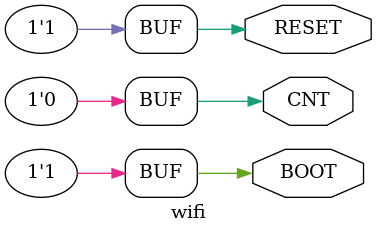
<source format=v>
module wifi(
    output CNT,
    output BOOT,
    output RESET
);

assign RESET = 1;
assign BOOT = 1;
assign CNT = 0;

endmodule

</source>
